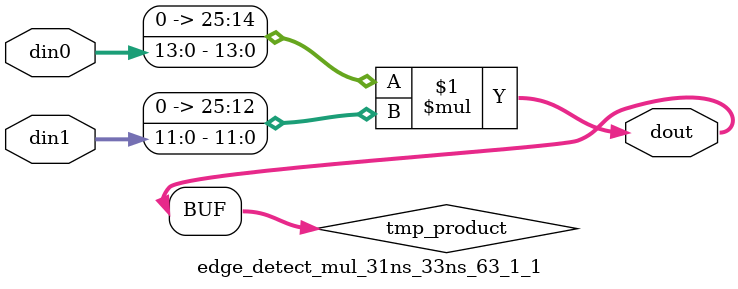
<source format=v>

`timescale 1 ns / 1 ps

  module edge_detect_mul_31ns_33ns_63_1_1(din0, din1, dout);
parameter ID = 1;
parameter NUM_STAGE = 0;
parameter din0_WIDTH = 14;
parameter din1_WIDTH = 12;
parameter dout_WIDTH = 26;

input [din0_WIDTH - 1 : 0] din0; 
input [din1_WIDTH - 1 : 0] din1; 
output [dout_WIDTH - 1 : 0] dout;

wire signed [dout_WIDTH - 1 : 0] tmp_product;










assign tmp_product = $signed({1'b0, din0}) * $signed({1'b0, din1});











assign dout = tmp_product;







endmodule

</source>
